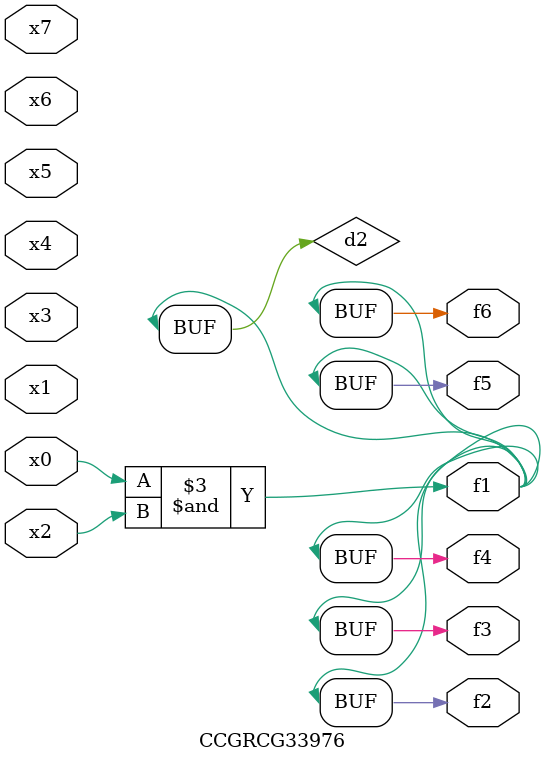
<source format=v>
module CCGRCG33976(
	input x0, x1, x2, x3, x4, x5, x6, x7,
	output f1, f2, f3, f4, f5, f6
);

	wire d1, d2;

	nor (d1, x3, x6);
	and (d2, x0, x2);
	assign f1 = d2;
	assign f2 = d2;
	assign f3 = d2;
	assign f4 = d2;
	assign f5 = d2;
	assign f6 = d2;
endmodule

</source>
